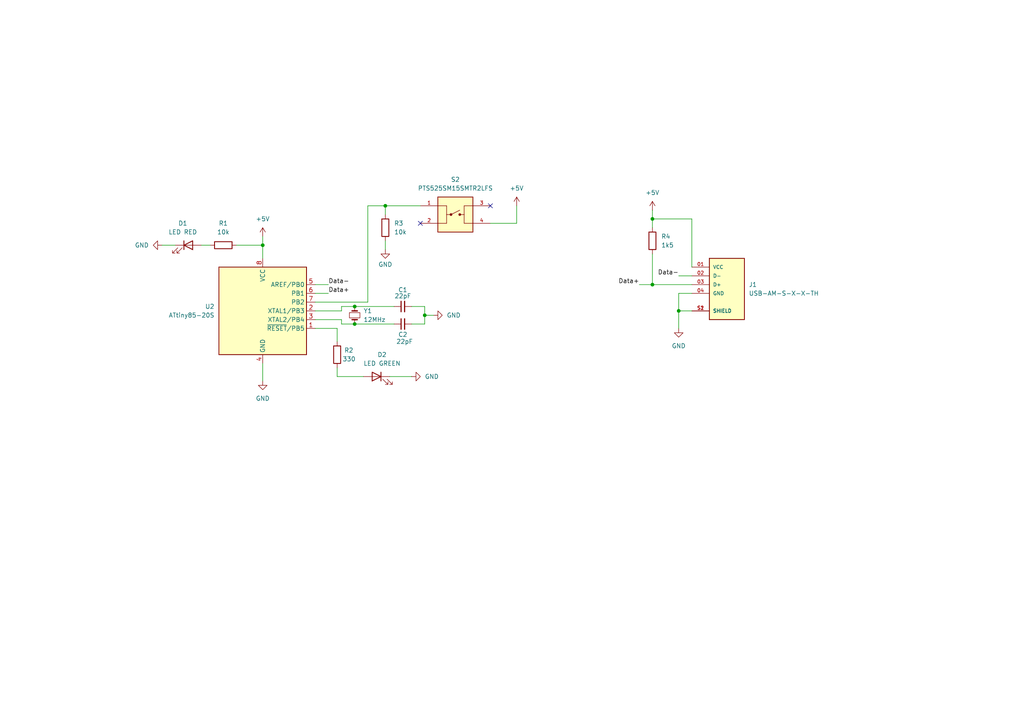
<source format=kicad_sch>
(kicad_sch (version 20231120) (generator "eeschema") (generator_version "8.0")
  (paper "A4")
  (lib_symbols
    (symbol "Device:C_Small" (pin_numbers hide) (pin_names (offset 0.254) hide)
      (property "Reference" "C" (at 0.254 1.778 0))
      (property "Value" "C_Small" (at 0.254 -2.032 0))
      (symbol "C_Small_0_1"
        (polyline (pts (xy -1.524 -0.508) (xy 1.524 -0.508)) (stroke (width 0.3302)))
        (polyline (pts (xy -1.524 0.508) (xy 1.524 0.508)) (stroke (width 0.3048)))
      )
      (symbol "C_Small_1_1"
        (pin passive line (at 0 2.54 270) (length 2.032) (name "~") (number "1"))
        (pin passive line (at 0 -2.54 90) (length 2.032) (name "~") (number "2"))
      )
    )
    (symbol "Device:Crystal_Small" (pin_numbers hide) (pin_names (offset 1.016) hide)
      (property "Reference" "Y" (at 0 2.54 0))
      (property "Value" "Crystal_Small" (at 0 -2.54 0))
      (symbol "Crystal_Small_0_1"
        (rectangle (start -0.762 -1.524) (end 0.762 1.524))
        (polyline (pts (xy -1.27 -0.762) (xy -1.27 0.762)) (stroke (width 0.381)))
        (polyline (pts (xy 1.27 -0.762) (xy 1.27 0.762)) (stroke (width 0.381)))
      )
      (symbol "Crystal_Small_1_1"
        (pin passive line (at -2.54 0 0) (length 1.27) (name "1") (number "1"))
        (pin passive line (at 2.54 0 180) (length 1.27) (name "2") (number "2"))
      )
    )
    (symbol "Device:LED" (pin_numbers hide) (pin_names (offset 1.016) hide)
      (property "Reference" "D" (at 0 2.54 0))
      (property "Value" "LED" (at 0 -2.54 0))
      (symbol "LED_0_1"
        (polyline (pts (xy -1.27 -1.27) (xy -1.27 1.27)) (stroke (width 0.254)))
        (polyline (pts (xy -1.27 0) (xy 1.27 0)))
        (polyline (pts (xy 1.27 -1.27) (xy 1.27 1.27) (xy -1.27 0) (xy 1.27 -1.27)) (stroke (width 0.254)))
        (polyline (pts (xy -3.048 -0.762) (xy -4.572 -2.286) (xy -3.81 -2.286) (xy -4.572 -2.286) (xy -4.572 -1.524)))
        (polyline (pts (xy -1.778 -0.762) (xy -3.302 -2.286) (xy -2.54 -2.286) (xy -3.302 -2.286) (xy -3.302 -1.524)))
      )
      (symbol "LED_1_1"
        (pin passive line (at -3.81 0 0) (length 2.54) (name "K") (number "1"))
        (pin passive line (at 3.81 0 180) (length 2.54) (name "A") (number "2"))
      )
    )
    (symbol "Device:R" (pin_numbers hide) (pin_names (offset 0))
      (property "Reference" "R" (at 2.032 0 90))
      (property "Value" "R" (at 0 0 90))
      (symbol "R_0_1"
        (rectangle (start -1.016 -2.54) (end 1.016 2.54) (stroke (width 0.254)))
      )
      (symbol "R_1_1"
        (pin passive line (at 0 3.81 270) (length 1.27) (name "~") (number "1"))
        (pin passive line (at 0 -3.81 90) (length 1.27) (name "~") (number "2"))
      )
    )
    (symbol "MCU_Microchip_ATtiny:ATtiny85-20S"
      (property "Reference" "U" (at -12.7 13.97 0))
      (property "Value" "ATtiny85-20S" (at 2.54 -13.97 0))
      (symbol "ATtiny85-20S_0_1"
        (rectangle (start -12.7 -12.7) (end 12.7 12.7) (stroke (width 0.254)) (fill (type background)))
      )
      (symbol "ATtiny85-20S_1_1"
        (pin bidirectional line (at 15.24 -5.08 180) (length 2.54) (name "~{RESET}/PB5") (number "1"))
        (pin bidirectional line (at 15.24 0 180) (length 2.54) (name "XTAL1/PB3") (number "2"))
        (pin bidirectional line (at 15.24 -2.54 180) (length 2.54) (name "XTAL2/PB4") (number "3"))
        (pin power_in line (at 0 -15.24 90) (length 2.54) (name "GND") (number "4"))
        (pin bidirectional line (at 15.24 7.62 180) (length 2.54) (name "AREF/PB0") (number "5"))
        (pin bidirectional line (at 15.24 5.08 180) (length 2.54) (name "PB1") (number "6"))
        (pin bidirectional line (at 15.24 2.54 180) (length 2.54) (name "PB2") (number "7"))
        (pin power_in line (at 0 15.24 270) (length 2.54) (name "VCC") (number "8"))
      )
    )
    (symbol "PTS525SM15SMTR2LFS:PTS525SM15SMTR2LFS" (pin_names (offset 1.016))
      (property "Reference" "S" (at -5.0838 5.5922 0))
      (property "Value" "PTS525SM15SMTR2LFS" (at -5.0809 -7.3672 0))
      (symbol "PTS525SM15SMTR2LFS_0_0"
        (rectangle (start -5.08 -5.08) (end 5.08 5.08) (stroke (width 0.254)) (fill (type background)))
        (circle (center -1.27 0) (radius 0.1905) (stroke (width 0.381)))
        (polyline (pts (xy -5.08 2.54) (xy -2.54 2.54)) (stroke (width 0.1524)))
        (polyline (pts (xy -2.54 -2.54) (xy -5.08 -2.54)) (stroke (width 0.1524)))
        (polyline (pts (xy -2.54 0) (xy -2.54 -2.54)) (stroke (width 0.1524)))
        (polyline (pts (xy -2.54 0) (xy -1.27 0)) (stroke (width 0.1524)))
        (polyline (pts (xy -2.54 2.54) (xy -2.54 0)) (stroke (width 0.1524)))
        (polyline (pts (xy -1.27 0) (xy 1.27 1.27)) (stroke (width 0.1524)))
        (polyline (pts (xy 1.27 0) (xy 2.54 0)) (stroke (width 0.1524)))
        (polyline (pts (xy 2.54 -2.54) (xy 5.08 -2.54)) (stroke (width 0.1524)))
        (polyline (pts (xy 2.54 0) (xy 2.54 -2.54)) (stroke (width 0.1524)))
        (polyline (pts (xy 2.54 2.54) (xy 2.54 0)) (stroke (width 0.1524)))
        (polyline (pts (xy 5.08 2.54) (xy 2.54 2.54)) (stroke (width 0.1524)))
        (circle (center 1.27 0) (radius 0.1905) (stroke (width 0.381)))
        (pin passive line (at -10.16 2.54 0) (length 5.08) (name "~") (number "1"))
        (pin passive line (at -10.16 -2.54 0) (length 5.08) (name "~") (number "2"))
        (pin passive line (at 10.16 2.54 180) (length 5.08) (name "~") (number "3"))
        (pin passive line (at 10.16 -2.54 180) (length 5.08) (name "~") (number "4"))
      )
    )
    (symbol "USB-PCB:USB-AM-S-X-X-TH" (pin_names (offset 1.016))
      (property "Reference" "J" (at -5.08 8.89 0))
      (property "Value" "USB-AM-S-X-X-TH" (at -5.08 -12.7 0))
      (symbol "USB-AM-S-X-X-TH_0_0"
        (rectangle (start -5.08 -10.16) (end 5.08 7.62) (stroke (width 0.254)) (fill (type background)))
        (pin power_in line (at -10.16 5.08 0) (length 5.08) (name "VCC") (number "01"))
        (pin bidirectional line (at -10.16 2.54 0) (length 5.08) (name "D-") (number "02"))
        (pin bidirectional line (at -10.16 0 0) (length 5.08) (name "D+") (number "03"))
        (pin power_in line (at -10.16 -2.54 0) (length 5.08) (name "GND") (number "04"))
        (pin passive line (at -10.16 -7.62 0) (length 5.08) (name "SHIELD") (number "S1"))
        (pin passive line (at -10.16 -7.62 0) (length 5.08) (name "SHIELD") (number "S2"))
      )
    )
    (symbol "power:+5V" (power) (pin_numbers hide) (pin_names (offset 0) hide)
      (property "Value" "+5V" (at 0 3.556 0))
      (symbol "+5V_0_1"
        (polyline (pts (xy -0.762 1.27) (xy 0 2.54)))
        (polyline (pts (xy 0 0) (xy 0 2.54)))
        (polyline (pts (xy 0 2.54) (xy 0.762 1.27)))
      )
      (symbol "+5V_1_1"
        (pin power_in line (at 0 0 90) (length 0) (name "~") (number "1"))
      )
    )
    (symbol "power:GND" (power) (pin_numbers hide) (pin_names (offset 0) hide)
      (property "Value" "GND" (at 0 -3.81 0))
      (symbol "GND_0_1"
        (polyline (pts (xy 0 0) (xy 0 -1.27) (xy 1.27 -1.27) (xy 0 -2.54) (xy -1.27 -1.27) (xy 0 -1.27)))
      )
      (symbol "GND_1_1"
        (pin power_in line (at 0 0 270) (length 0) (name "~") (number "1"))
      )
    )
  )
  (junction (at 196.85 90.17))
  (junction (at 102.87 88.9))
  (junction (at 111.76 59.69))
  (junction (at 76.2 71.12))
  (junction (at 102.87 93.98))
  (junction (at 189.23 63.5))
  (junction (at 189.23 82.55))
  (junction (at 123.19 91.44))
  (no_connect (at 121.92 64.77))
  (no_connect (at 142.24 59.69))
  (wire (pts (xy 196.85 80.01) (xy 200.66 80.01)))
  (wire (pts (xy 123.19 88.9) (xy 123.19 91.44)))
  (wire (pts (xy 91.44 95.25) (xy 97.79 95.25)))
  (wire (pts (xy 189.23 73.66) (xy 189.23 82.55)))
  (wire (pts (xy 99.06 90.17) (xy 91.44 90.17)))
  (wire (pts (xy 97.79 95.25) (xy 97.79 99.06)))
  (wire (pts (xy 200.66 63.5) (xy 189.23 63.5)))
  (wire (pts (xy 91.44 92.71) (xy 99.06 92.71)))
  (wire (pts (xy 142.24 64.77) (xy 149.86 64.77)))
  (wire (pts (xy 121.92 59.69) (xy 111.76 59.69)))
  (wire (pts (xy 91.44 85.09) (xy 95.25 85.09)))
  (wire (pts (xy 58.42 71.12) (xy 60.96 71.12)))
  (wire (pts (xy 97.79 109.22) (xy 105.41 109.22)))
  (wire (pts (xy 68.58 71.12) (xy 76.2 71.12)))
  (wire (pts (xy 91.44 82.55) (xy 95.25 82.55)))
  (wire (pts (xy 189.23 60.96) (xy 189.23 63.5)))
  (wire (pts (xy 200.66 77.47) (xy 200.66 63.5)))
  (wire (pts (xy 76.2 71.12) (xy 76.2 74.93)))
  (wire (pts (xy 106.68 59.69) (xy 111.76 59.69)))
  (wire (pts (xy 196.85 85.09) (xy 196.85 90.17)))
  (wire (pts (xy 113.03 109.22) (xy 119.38 109.22)))
  (wire (pts (xy 111.76 59.69) (xy 111.76 62.23)))
  (wire (pts (xy 102.87 88.9) (xy 99.06 88.9)))
  (wire (pts (xy 106.68 87.63) (xy 106.68 59.69)))
  (wire (pts (xy 123.19 93.98) (xy 119.38 93.98)))
  (wire (pts (xy 119.38 88.9) (xy 123.19 88.9)))
  (wire (pts (xy 99.06 88.9) (xy 99.06 90.17)))
  (wire (pts (xy 111.76 69.85) (xy 111.76 72.39)))
  (wire (pts (xy 196.85 90.17) (xy 196.85 95.25)))
  (wire (pts (xy 189.23 63.5) (xy 189.23 66.04)))
  (wire (pts (xy 102.87 93.98) (xy 114.3 93.98)))
  (wire (pts (xy 185.42 82.55) (xy 189.23 82.55)))
  (wire (pts (xy 76.2 105.41) (xy 76.2 110.49)))
  (wire (pts (xy 99.06 92.71) (xy 99.06 93.98)))
  (wire (pts (xy 76.2 68.58) (xy 76.2 71.12)))
  (wire (pts (xy 196.85 90.17) (xy 200.66 90.17)))
  (wire (pts (xy 123.19 91.44) (xy 125.73 91.44)))
  (wire (pts (xy 200.66 85.09) (xy 196.85 85.09)))
  (wire (pts (xy 102.87 88.9) (xy 114.3 88.9)))
  (wire (pts (xy 97.79 106.68) (xy 97.79 109.22)))
  (wire (pts (xy 99.06 93.98) (xy 102.87 93.98)))
  (wire (pts (xy 123.19 91.44) (xy 123.19 93.98)))
  (wire (pts (xy 149.86 64.77) (xy 149.86 59.69)))
  (wire (pts (xy 91.44 87.63) (xy 106.68 87.63)))
  (wire (pts (xy 189.23 82.55) (xy 200.66 82.55)))
  (wire (pts (xy 46.99 71.12) (xy 50.8 71.12)))
  (label "Data+" (at 185.42 82.55 180))
  (label "Data-" (at 95.25 82.55 0))
  (label "Data-" (at 196.85 80.01 180))
  (label "Data+" (at 95.25 85.09 0))
  (symbol (lib_id "power:GND") (at 46.99 71.12 270) (unit 1)
    (property "Reference" "#PWR02" (effects (hide yes)))
    (property "Value" "GND" (at 43.18 71.1199 90) (effects (justify right)))
    (property "Description" "Power symbol creates a global label with name \"GND\" , ground" (effects (hide yes)))
  )
  (symbol (lib_id "power:+5V") (at 149.86 59.69 0) (unit 1)
    (property "Reference" "#PWR07" (effects (hide yes)))
    (property "Value" "+5V" (at 149.86 54.61 0))
    (property "Description" "Power symbol creates a global label with name \"+5V\"" (effects (hide yes)))
  )
  (symbol (lib_id "USB-PCB:USB-AM-S-X-X-TH") (at 210.82 82.55 0) (unit 1)
    (property "Reference" "J1" (at 217.17 82.5499 0) (effects (justify left)))
    (property "Value" "USB-AM-S-X-X-TH" (at 217.17 85.0899 0) (effects (justify left)))
    (property "Footprint" "USB-AM-S-X-X-TH:USB_PCB" (effects (hide yes)))
    (property "MF" "Samtec" (effects (hide yes)))
    (property "MAXIMUM_PACKAGE_HEIGHT" "4.6 mm" (effects (hide yes)))
    (property "Package" "None" (effects (hide yes)))
    (property "Price" "None" (effects (hide yes)))
    (property "Check_prices" "https://www.snapeda.com/parts/USB-AM-S-F-B-TH/Samtec+Inc./view-part/?ref=eda" (effects (hide yes)))
    (property "STANDARD" "Manufacturer Recommendations" (effects (hide yes)))
    (property "PARTREV" "U" (effects (hide yes)))
    (property "SnapEDA_Link" "https://www.snapeda.com/parts/USB-AM-S-F-B-TH/Samtec+Inc./view-part/?ref=snap" (effects (hide yes)))
    (property "MP" "USB-AM-S-F-B-TH" (effects (hide yes)))
    (property "Purchase-URL" "https://www.snapeda.com/api/url_track_click_mouser/?unipart_id=474273&manufacturer=Samtec&part_name=USB-AM-S-F-B-TH&search_term=usb a male" (effects (hide yes)))
    (property "Description_1" "\nUSB-A (USB TYPE-A) USB 2.0 Plug Connector 4 Position Through Hole, Right Angle\n" (effects (hide yes)))
    (property "Availability" "In Stock" (effects (hide yes)))
    (property "MANUFACTURER" "Samtec" (effects (hide yes)))
  )
  (symbol (lib_id "Device:R") (at 64.77 71.12 90) (unit 1)
    (property "Reference" "R1" (at 64.77 64.77 90))
    (property "Value" "10k" (at 64.77 67.31 90))
    (property "Footprint" "Resistor_SMD:R_0201_0603Metric_Pad0.64x0.40mm_HandSolder" (effects (hide yes)))
    (property "Description" "Resistor" (effects (hide yes)))
  )
  (symbol (lib_id "Device:R") (at 111.76 66.04 0) (unit 1)
    (property "Reference" "R3" (at 114.3 64.7699 0) (effects (justify left)))
    (property "Value" "10k" (at 114.3 67.3099 0) (effects (justify left)))
    (property "Footprint" "Resistor_SMD:R_0201_0603Metric_Pad0.64x0.40mm_HandSolder" (effects (hide yes)))
    (property "Description" "Resistor" (effects (hide yes)))
  )
  (symbol (lib_id "Device:LED") (at 54.61 71.12 0) (unit 1)
    (property "Reference" "D1" (at 53.0225 64.77 0))
    (property "Value" "LED RED" (at 53.0225 67.31 0))
    (property "Footprint" "LED_SMD:LED_0201_0603Metric_Pad0.64x0.40mm_HandSolder" (effects (hide yes)))
    (property "Description" "Light emitting diode" (effects (hide yes)))
  )
  (symbol (lib_id "power:+5V") (at 189.23 60.96 0) (unit 1)
    (property "Reference" "#PWR08" (effects (hide yes)))
    (property "Value" "+5V" (at 189.23 55.88 0))
    (property "Description" "Power symbol creates a global label with name \"+5V\"" (effects (hide yes)))
  )
  (symbol (lib_id "power:GND") (at 125.73 91.44 90) (mirror x) (unit 1)
    (property "Reference" "#PWR05" (effects (hide yes)))
    (property "Value" "GND" (at 129.54 91.4399 90) (effects (justify right)))
    (property "Description" "Power symbol creates a global label with name \"GND\" , ground" (effects (hide yes)))
  )
  (symbol (lib_id "Device:C_Small") (at 116.84 88.9 90) (unit 1)
    (property "Reference" "C1" (at 116.84 84.074 90))
    (property "Value" "22pF" (at 116.84 85.852 90))
    (property "Footprint" "Capacitor_SMD:C_0603_1608Metric_Pad1.08x0.95mm_HandSolder" (effects (hide yes)))
    (property "Description" "Unpolarized capacitor, small symbol" (effects (hide yes)))
  )
  (symbol (lib_id "power:GND") (at 76.2 110.49 0) (unit 1)
    (property "Reference" "#PWR03" (effects (hide yes)))
    (property "Value" "GND" (at 76.2 115.57 0))
    (property "Description" "Power symbol creates a global label with name \"GND\" , ground" (effects (hide yes)))
  )
  (symbol (lib_id "Device:Crystal_Small") (at 102.87 91.44 270) (unit 1)
    (property "Reference" "Y1" (at 105.41 90.1699 90) (effects (justify left)))
    (property "Value" "12MHz" (at 105.41 92.7099 90) (effects (justify left)))
    (property "Footprint" "Crystal:Crystal_SMD_0603-2Pin_6.0x3.5mm_HandSoldering" (effects (hide yes)))
    (property "Description" "Two pin crystal, small symbol" (effects (hide yes)))
  )
  (symbol (lib_id "power:GND") (at 119.38 109.22 90) (mirror x) (unit 1)
    (property "Reference" "#PWR04" (effects (hide yes)))
    (property "Value" "GND" (at 123.19 109.2199 90) (effects (justify right)))
    (property "Description" "Power symbol creates a global label with name \"GND\" , ground" (effects (hide yes)))
  )
  (symbol (lib_id "power:GND") (at 196.85 95.25 0) (unit 1)
    (property "Reference" "#PWR09" (effects (hide yes)))
    (property "Value" "GND" (at 196.85 100.33 0))
    (property "Description" "Power symbol creates a global label with name \"GND\" , ground" (effects (hide yes)))
  )
  (symbol (lib_id "Device:R") (at 189.23 69.85 0) (unit 1)
    (property "Reference" "R4" (at 191.77 68.5799 0) (effects (justify left)))
    (property "Value" "1k5" (at 191.77 71.1199 0) (effects (justify left)))
    (property "Footprint" "Resistor_SMD:R_0201_0603Metric_Pad0.64x0.40mm_HandSolder" (effects (hide yes)))
    (property "Description" "Resistor" (effects (hide yes)))
  )
  (symbol (lib_id "Device:R") (at 97.79 102.87 0) (unit 1)
    (property "Reference" "R2" (at 99.822 101.6 0) (effects (justify left)))
    (property "Value" "330" (at 99.314 104.14 0) (effects (justify left)))
    (property "Footprint" "Resistor_SMD:R_0201_0603Metric_Pad0.64x0.40mm_HandSolder" (effects (hide yes)))
    (property "Description" "Resistor" (effects (hide yes)))
  )
  (symbol (lib_id "MCU_Microchip_ATtiny:ATtiny85-20S") (at 76.2 90.17 0) (unit 1)
    (property "Reference" "U2" (at 62.23 88.8999 0) (effects (justify right)))
    (property "Value" "ATtiny85-20S" (at 62.23 91.4399 0) (effects (justify right)))
    (property "Footprint" "Package_SO:SOIC-8W_5.3x5.3mm_P1.27mm" (effects (hide yes)))
    (property "Datasheet" "http://ww1.microchip.com/downloads/en/DeviceDoc/atmel-2586-avr-8-bit-microcontroller-attiny25-attiny45-attiny85_datasheet.pdf" (effects (hide yes)))
    (property "Description" "20MHz, 8kB Flash, 512B SRAM, 512B EEPROM, debugWIRE, SOIC-8W" (effects (hide yes)))
  )
  (symbol (lib_id "PTS525SM15SMTR2LFS:PTS525SM15SMTR2LFS") (at 132.08 62.23 0) (unit 1)
    (property "Reference" "S2" (at 132.08 52.07 0))
    (property "Value" "PTS525SM15SMTR2LFS" (at 132.08 54.61 0))
    (property "Footprint" "PTS525SM15SMTR2LFS:SW_PTS525SM15SMTR2LFS" (effects (hide yes)))
    (property "MF" "C&K" (effects (hide yes)))
    (property "Description_1" "\nTactile Switch SPST-NO Top Actuated Surface Mount\n" (effects (hide yes)))
    (property "Package" "Tactile Switch CK" (effects (hide yes)))
    (property "Price" "None" (effects (hide yes)))
    (property "Check_prices" "https://www.snapeda.com/parts/PTS525SM15SMTR2LFS/C%2526K/view-part/?ref=eda" (effects (hide yes)))
    (property "STANDARD" "Manufacturer REcommendation" (effects (hide yes)))
    (property "PARTREV" "NA" (effects (hide yes)))
    (property "SnapEDA_Link" "https://www.snapeda.com/parts/PTS525SM15SMTR2LFS/C%2526K/view-part/?ref=snap" (effects (hide yes)))
    (property "MP" "PTS525SM15SMTR2LFS" (effects (hide yes)))
    (property "Availability" "In Stock" (effects (hide yes)))
    (property "MANUFACTURER" "C & K" (effects (hide yes)))
  )
  (symbol (lib_id "Device:LED") (at 109.22 109.22 0) (mirror y) (unit 1)
    (property "Reference" "D2" (at 110.8075 102.87 0))
    (property "Value" "LED GREEN" (at 110.8075 105.41 0))
    (property "Footprint" "LED_SMD:LED_0201_0603Metric_Pad0.64x0.40mm_HandSolder" (effects (hide yes)))
    (property "Description" "Light emitting diode" (effects (hide yes)))
  )
  (symbol (lib_id "Device:C_Small") (at 116.84 93.98 90) (unit 1)
    (property "Reference" "C2" (at 116.84 97.028 90))
    (property "Value" "22pF" (at 117.348 99.06 90))
    (property "Footprint" "Capacitor_SMD:C_0603_1608Metric_Pad1.08x0.95mm_HandSolder" (effects (hide yes)))
    (property "Description" "Unpolarized capacitor, small symbol" (effects (hide yes)))
  )
  (symbol (lib_id "power:GND") (at 111.76 72.39 0) (unit 1)
    (property "Reference" "#PWR06" (effects (hide yes)))
    (property "Value" "GND" (at 111.76 76.708 0))
    (property "Description" "Power symbol creates a global label with name \"GND\" , ground" (effects (hide yes)))
  )
  (symbol (lib_id "power:+5V") (at 76.2 68.58 0) (unit 1)
    (property "Reference" "#PWR01" (effects (hide yes)))
    (property "Value" "+5V" (at 76.2 63.5 0))
    (property "Description" "Power symbol creates a global label with name \"+5V\"" (effects (hide yes)))
  )
)
</source>
